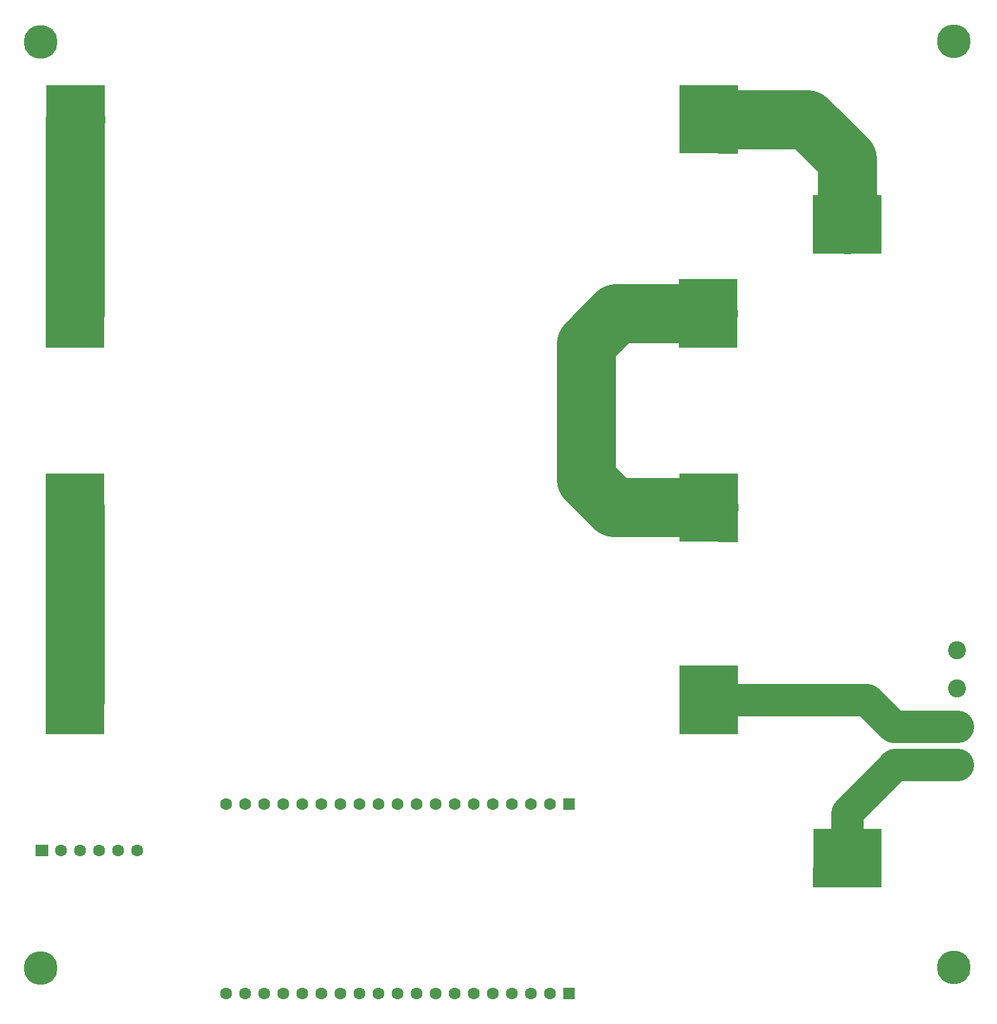
<source format=gbl>
G04 Layer: BottomLayer*
G04 EasyEDA v6.5.22, 2023-04-13 15:33:26*
G04 175b12f3a105431bbf95af8d835410e9,ef4dac4c239f4a7f90591e71bd1ece2f,10*
G04 Gerber Generator version 0.2*
G04 Scale: 100 percent, Rotated: No, Reflected: No *
G04 Dimensions in inches *
G04 leading zeros omitted , absolute positions ,3 integer and 6 decimal *
%FSLAX36Y36*%
%MOIN*%

%AMMACRO1*4,1,4,0.1525,0.18,0.1525,-0.18,-0.1525,-0.18,-0.1525,0.18,0.1525,0.18,0*%
%AMMACRO2*4,1,4,-0.1525,0.18,-0.1525,-0.18,0.1525,-0.18,0.1525,0.175,-0.1525,0.18,0*%
%AMMACRO3*4,1,4,-0.1525,-0.18,-0.1525,0.18,0.1525,0.18,0.1525,-0.18,-0.1525,-0.18,0*%
%AMMACRO4*4,1,4,0.1525,-0.18,0.1525,0.18,-0.1525,0.18,-0.1525,-0.175,0.1525,-0.18,0*%
%AMMACRO5*4,1,4,-0.18,0.1525,0.18,0.1525,0.18,-0.1525,-0.18,-0.1525,-0.18,0.1525,0*%
%AMMACRO6*4,1,4,-0.18,-0.1525,0.18,-0.1525,0.18,0.1525,-0.175,0.1525,-0.18,-0.1525,0*%
%ADD10C,0.1700*%
%ADD11C,0.3100*%
%ADD12R,0.0200X0.0120*%
%ADD13MACRO1*%
%ADD14MACRO2*%
%ADD15MACRO3*%
%ADD16MACRO4*%
%ADD17MACRO5*%
%ADD18MACRO6*%
%ADD19C,0.0630*%
%ADD20R,0.0709X0.0630*%
%ADD21R,0.0630X0.0630*%
%ADD22C,0.0945*%
%ADD23C,0.1772*%

%LPD*%
D10*
X3798040Y785000D02*
G01*
X3462040Y785000D01*
X3322040Y925000D01*
X2491540Y925000D01*
X3219240Y95500D02*
G01*
X3219240Y333200D01*
X3471040Y585000D01*
X3798040Y585000D01*
D11*
X-833499Y923750D02*
G01*
X-833499Y1934000D01*
X2490540Y2953000D02*
G01*
X2007040Y2953000D01*
X1848040Y2794000D01*
X1848040Y2082000D01*
X1994740Y1935199D01*
X2491540Y1935199D01*
X2493542Y3970200D02*
G01*
X3009738Y3970200D01*
X3218000Y3761938D01*
X3218000Y3420500D01*
X-834499Y2951750D02*
G01*
X-834499Y3966000D01*
X-831499Y3969000D01*
D12*
G01*
X3551000Y581000D03*
G01*
X3553000Y784000D03*
D13*
G01*
X2491500Y925000D03*
D14*
G01*
X-833499Y925000D03*
D15*
G01*
X-833499Y1934000D03*
D16*
G01*
X2491500Y1934000D03*
D13*
G01*
X2490500Y2953000D03*
D14*
G01*
X-834499Y2953000D03*
D15*
G01*
X-831499Y3969000D03*
D16*
G01*
X2493500Y3969000D03*
D17*
G01*
X3218000Y3420500D03*
D18*
G01*
X3218000Y95500D03*
D19*
G01*
X-507999Y135000D03*
G01*
X-607999Y135000D03*
G01*
X-707999Y135000D03*
G01*
X-807999Y135000D03*
G01*
X-907999Y135000D03*
D20*
G01*
X-1007999Y135000D03*
D19*
G01*
X-40999Y381000D03*
G01*
X59000Y381000D03*
G01*
X159000Y381000D03*
G01*
X259000Y381000D03*
G01*
X359000Y381000D03*
G01*
X459000Y381000D03*
G01*
X559000Y381000D03*
G01*
X659000Y381000D03*
G01*
X759000Y381000D03*
G01*
X859000Y381000D03*
G01*
X959000Y381000D03*
G01*
X1059000Y381000D03*
G01*
X1159000Y381000D03*
G01*
X1259000Y381000D03*
G01*
X1359000Y381000D03*
G01*
X1459000Y381000D03*
G01*
X1559000Y381000D03*
G01*
X1659000Y381000D03*
D21*
G01*
X1759000Y381000D03*
D19*
G01*
X-40999Y-613999D03*
G01*
X59000Y-613999D03*
G01*
X159000Y-613999D03*
G01*
X259000Y-613999D03*
G01*
X359000Y-613999D03*
G01*
X459000Y-613999D03*
G01*
X559000Y-613999D03*
G01*
X659000Y-613999D03*
G01*
X759000Y-613999D03*
G01*
X859000Y-613999D03*
G01*
X959000Y-613999D03*
G01*
X1059000Y-613999D03*
G01*
X1159000Y-613999D03*
G01*
X1259000Y-613999D03*
G01*
X1359000Y-613999D03*
G01*
X1459000Y-613999D03*
G01*
X1559000Y-613999D03*
G01*
X1659000Y-613999D03*
D21*
G01*
X1759000Y-613999D03*
D22*
G01*
X3796000Y585000D03*
G01*
X3796000Y785000D03*
G01*
X3796000Y985000D03*
G01*
X3796000Y1185000D03*
D23*
G01*
X3778000Y4380000D03*
G01*
X-1013999Y4377000D03*
G01*
X-1012999Y-478999D03*
G01*
X3779000Y-476999D03*
M02*

</source>
